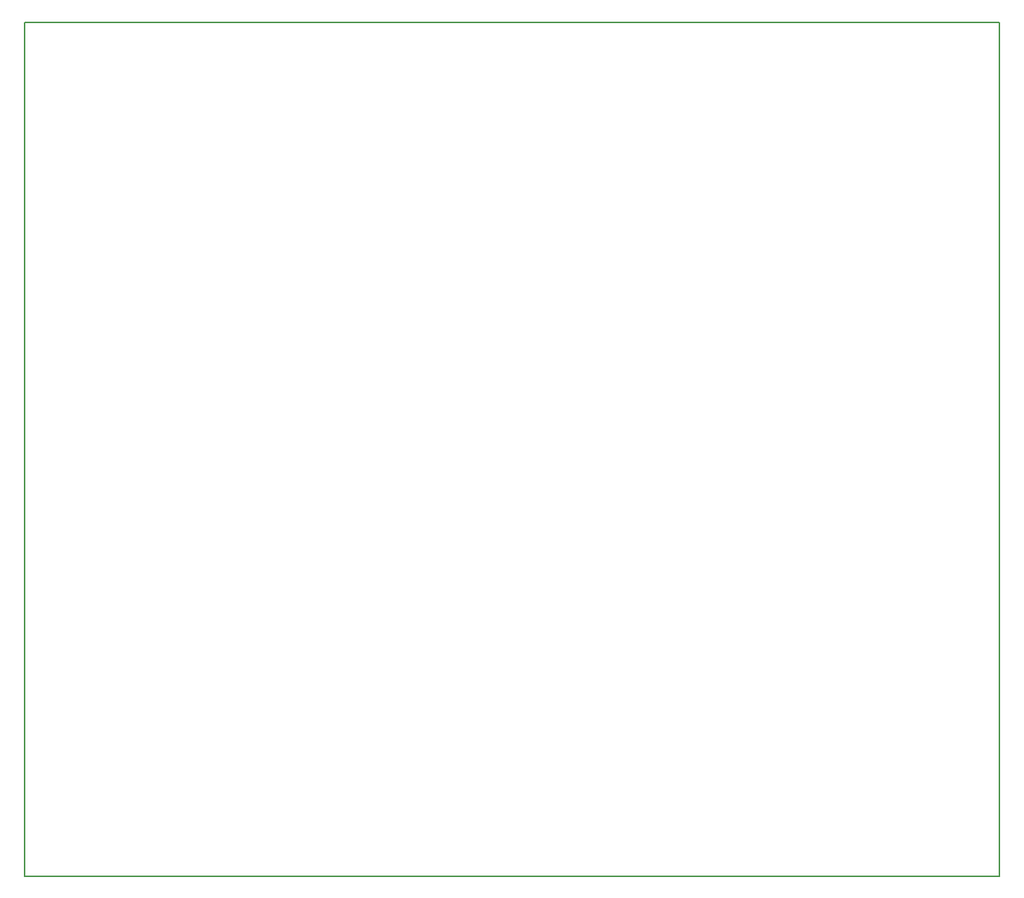
<source format=gko>
G04 EasyPC Gerber Version 21.0.3 Build 4286 *
%FSLAX35Y35*%
%MOIN*%
%ADD73C,0.00500*%
X0Y0D02*
D02*
D73*
X250Y250D02*
X449069D01*
Y393951*
X250*
Y250*
X0Y0D02*
M02*

</source>
